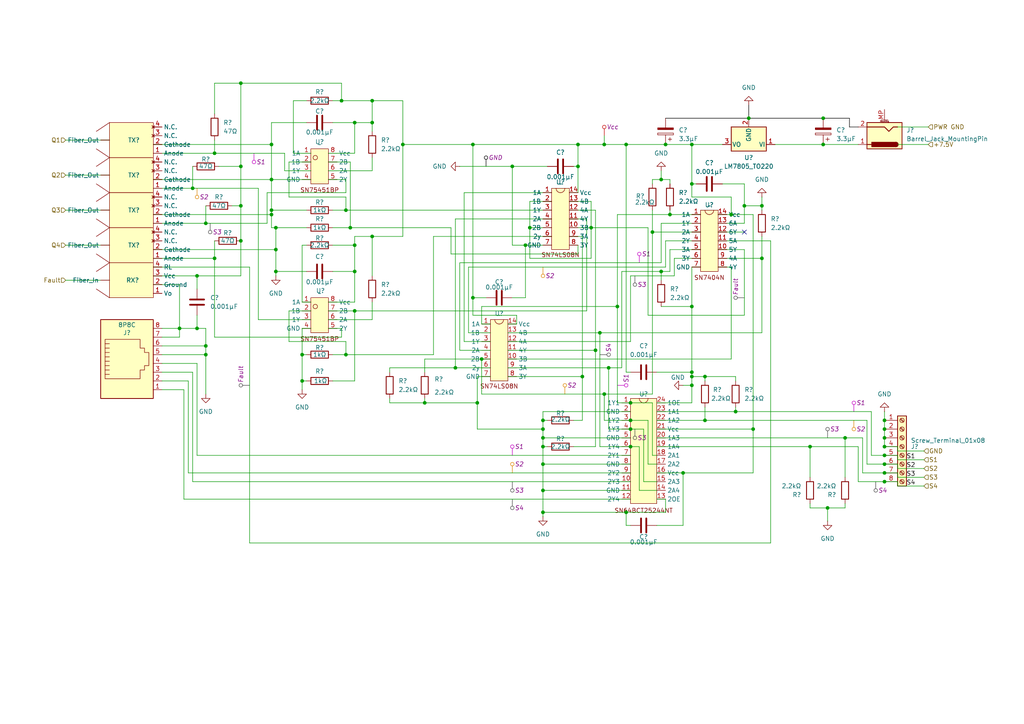
<source format=kicad_sch>
(kicad_sch (version 20250114) (generator "eeschema") (generator_version "9.0")
  (paper "A4")
  (lib_symbols
    (symbol "Connector:8P8C" (pin_names (offset 1.016))
      (property "Reference" "J" (at -5.08 13.97 0))
      (property "Value" "8P8C" (at 2.54 13.97 0))
      (symbol "8P8C_1_1"
        (pin passive line (at 10.16 10.16 180) (length 2.54) (name "~") (number "8"))
        (pin passive line (at 10.16 7.62 180) (length 2.54) (name "~") (number "7"))
        (pin passive line (at 10.16 5.08 180) (length 2.54) (name "~") (number "6"))
        (pin passive line (at 10.16 2.54 180) (length 2.54) (name "~") (number "5"))
        (pin passive line (at 10.16 0 180) (length 2.54) (name "~") (number "4"))
        (pin passive line (at 10.16 -2.54 180) (length 2.54) (name "~") (number "3"))
        (pin passive line (at 10.16 -5.08 180) (length 2.54) (name "~") (number "2"))
        (pin passive line (at 10.16 -7.62 180) (length 2.54) (name "~") (number "1"))
      )
    )
    (symbol "Connector:Barrel_Jack_MountingPin" (pin_names (hide yes))
      (property "Reference" "J" (at 0 5.334 0))
      (property "Value" "Barrel_Jack_MountingPin" (at 1.27 -6.35 0))
      (symbol "Barrel_Jack_MountingPin_1_1"
        (text "Mounting" (at 0 -4.191 0) (effects (font (size 0.381 0.381))))
        (pin passive line (at 0 -7.62 90) (length 3.048) (name "MountPin") (number "MP"))
        (pin passive line (at 7.62 2.54 180) (length 2.54) (name "~") (number "1"))
        (pin passive line (at 7.62 -2.54 180) (length 2.54) (name "~") (number "2"))
      )
    )
    (symbol "Connector:Screw_Terminal_01x08" (pin_names (offset 1.016) (hide yes))
      (property "Reference" "J" (at 0 10.16 0))
      (property "Value" "Screw_Terminal_01x08" (at 0 -12.7 0))
      (symbol "Screw_Terminal_01x08_1_1"
        (pin passive line (at -5.08 7.62 0) (length 3.81) (name "Pin_1") (number "1"))
        (pin passive line (at -5.08 5.08 0) (length 3.81) (name "Pin_2") (number "2"))
        (pin passive line (at -5.08 2.54 0) (length 3.81) (name "Pin_3") (number "3"))
        (pin passive line (at -5.08 0 0) (length 3.81) (name "Pin_4") (number "4"))
        (pin passive line (at -5.08 -2.54 0) (length 3.81) (name "Pin_5") (number "5"))
        (pin passive line (at -5.08 -5.08 0) (length 3.81) (name "Pin_6") (number "6"))
        (pin passive line (at -5.08 -7.62 0) (length 3.81) (name "Pin_7") (number "7"))
        (pin passive line (at -5.08 -10.16 0) (length 3.81) (name "Pin_8") (number "8"))
      )
    )
    (symbol "Device:C" (pin_numbers (hide yes)) (pin_names (offset 0.254))
      (property "Reference" "C" (at 0.635 2.54 0))
      (property "Value" "C" (at 0.635 -2.54 0))
      (symbol "C_1_1"
        (pin passive line (at 0 3.81 270) (length 2.794) (name "~") (number "1"))
        (pin passive line (at 0 -3.81 90) (length 2.794) (name "~") (number "2"))
      )
    )
    (symbol "Device:C_Polarized" (pin_numbers (hide yes)) (pin_names (offset 0.254))
      (property "Reference" "C" (at 0.635 2.54 0))
      (property "Value" "C_Polarized" (at 0.635 -2.54 0))
      (symbol "C_Polarized_1_1"
        (pin passive line (at 0 3.81 270) (length 2.794) (name "~") (number "1"))
        (pin passive line (at 0 -3.81 90) (length 2.794) (name "~") (number "2"))
      )
    )
    (symbol "Device:R" (pin_numbers (hide yes)) (pin_names (offset 0))
      (property "Reference" "R" (at 2.032 0 90))
      (property "Value" "R" (at 0 0 90))
      (symbol "R_1_1"
        (pin passive line (at 0 3.81 270) (length 1.27) (name "~") (number "1"))
        (pin passive line (at 0 -3.81 90) (length 1.27) (name "~") (number "2"))
      )
    )
    (symbol "F_O_Driver_Library:R-2521Z"
      (property "Reference" "RX?" (at -1.524 0 0))
      (property "Value" "~" (at 10.1114 -1.27 0))
      (symbol "R-2521Z_1_1"
        (pin passive line (at -6.35 0 180) (length 2.54) (name "Fiber_In") (number ""))
        (pin input line (at 6.35 3.81 0) (length 2.54) (name "RL") (number "4"))
        (pin power_in line (at 6.35 1.27 0) (length 2.54) (name "Vcc") (number "3"))
        (pin power_in line (at 6.35 -1.27 0) (length 2.54) (name "Ground") (number "2"))
        (pin output line (at 6.35 -3.81 0) (length 2.54) (name "Vo") (number "1"))
      )
    )
    (symbol "F_O_Driver_Library:SN64BCT25244NT"
      (property "Reference" "U" (at 0 -3.81 0))
      (symbol "SN64BCT25244NT_1_1"
        (text "SN64BCT25244NT" (at 0 -17.272 0) (effects (font (size 1.27 1.27))))
        (pin output line (at -3.81 13.97 180) (length 2.54) (name "1Y1") (number "1"))
        (pin power_in line (at -3.81 11.43 180) (length 2.54) (name "GND") (number "2"))
        (pin output line (at -3.81 8.89 180) (length 2.54) (name "1Y2") (number "3"))
        (pin output line (at -3.81 6.35 180) (length 2.54) (name "1Y3") (number "4"))
        (pin power_in line (at -3.81 3.81 180) (length 2.54) (name "GND") (number "5"))
        (pin output line (at -3.81 1.27 180) (length 2.54) (name "1Y4") (number "6"))
        (pin output line (at -3.81 -1.27 180) (length 2.54) (name "2Y1") (number "7"))
        (pin power_in line (at -3.81 -3.81 180) (length 2.54) (name "GND") (number "8"))
        (pin output line (at -3.81 -6.35 180) (length 2.54) (name "2Y2") (number "9"))
        (pin output line (at -3.81 -8.89 180) (length 2.54) (name "2Y3") (number "10"))
        (pin power_in line (at -3.81 -11.43 180) (length 2.54) (name "GND") (number "11"))
        (pin output line (at -3.81 -13.97 180) (length 2.54) (name "2Y4") (number "12"))
        (pin input line (at 3.81 13.97 0) (length 2.54) (name "1OE") (number "24"))
        (pin input line (at 3.81 11.43 0) (length 2.54) (name "1A1") (number "23"))
        (pin input line (at 3.81 8.89 0) (length 2.54) (name "1A2") (number "22"))
        (pin power_in line (at 3.81 6.35 0) (length 2.54) (name "Vcc") (number "21"))
        (pin input line (at 3.81 3.81 0) (length 2.54) (name "1A3") (number "20"))
        (pin input line (at 3.81 1.27 0) (length 2.54) (name "1A4") (number "19"))
        (pin input line (at 3.81 -1.27 0) (length 2.54) (name "2A1") (number "18"))
        (pin input line (at 3.81 -3.81 0) (length 2.54) (name "2A2") (number "17"))
        (pin power_in line (at 3.81 -6.35 0) (length 2.54) (name "Vcc") (number "16"))
        (pin input line (at 3.81 -8.89 0) (length 2.54) (name "2A3") (number "15"))
        (pin input line (at 3.81 -11.43 0) (length 2.54) (name "2A4") (number "14"))
        (pin input line (at 3.81 -13.97 0) (length 2.54) (name "2OE") (number "13"))
      )
    )
    (symbol "F_O_Driver_Library:SN7404"
      (property "Reference" "U" (at 0 0 0))
      (symbol "SN7404_1_1"
        (text "SN7404N" (at 0 -9.398 0) (effects (font (size 1.27 1.27))))
        (pin input line (at -2.54 8.89 180) (length 2.54) (name "1A") (number "1"))
        (pin output line (at -2.54 6.35 180) (length 2.54) (name "1Y") (number "2"))
        (pin input line (at -2.54 3.81 180) (length 2.54) (name "2A") (number "3"))
        (pin output line (at -2.54 1.27 180) (length 2.54) (name "2Y") (number "4"))
        (pin input line (at -2.54 -1.27 180) (length 2.54) (name "3A") (number "5"))
        (pin output line (at -2.54 -3.81 180) (length 2.54) (name "3Y") (number "6"))
        (pin power_in line (at -2.54 -6.35 180) (length 2.54) (name "GND") (number "7"))
        (pin power_in line (at 2.54 8.89 0) (length 2.54) (name "Vcc") (number "14"))
        (pin input line (at 2.54 6.35 0) (length 2.54) (name "6A") (number "13"))
        (pin output line (at 2.54 3.81 0) (length 2.54) (name "6Y") (number "12"))
        (pin input line (at 2.54 1.27 0) (length 2.54) (name "5A") (number "11"))
        (pin output line (at 2.54 -1.27 0) (length 2.54) (name "5Y") (number "10"))
        (pin input line (at 2.54 -3.81 0) (length 2.54) (name "4A") (number "9"))
        (pin output line (at 2.54 -6.35 0) (length 2.54) (name "4Y") (number "8"))
      )
    )
    (symbol "F_O_Driver_Library:SN74LS08N"
      (property "Reference" "U" (at 0 0 0))
      (symbol "SN74LS08N_1_1"
        (text "SN74LS08N" (at 0 -10.414 0) (effects (font (size 1.27 1.27))))
        (pin input line (at -2.54 7.62 180) (length 2.54) (name "1A") (number "1"))
        (pin input line (at -2.54 5.08 180) (length 2.54) (name "1B") (number "2"))
        (pin output line (at -2.54 2.54 180) (length 2.54) (name "1Y") (number "3"))
        (pin input line (at -2.54 0 180) (length 2.54) (name "2A") (number "4"))
        (pin input line (at -2.54 -2.54 180) (length 2.54) (name "2B") (number "5"))
        (pin output line (at -2.54 -5.08 180) (length 2.54) (name "2y") (number "6"))
        (pin power_in line (at -2.54 -7.62 180) (length 2.54) (name "GND") (number "7"))
        (pin power_in line (at 2.54 7.62 0) (length 2.54) (name "Vcc") (number "14"))
        (pin input line (at 2.54 5.08 0) (length 2.54) (name "4B") (number "13"))
        (pin input line (at 2.54 2.54 0) (length 2.54) (name "4A") (number "12"))
        (pin output line (at 2.54 0 0) (length 2.54) (name "4Y") (number "11"))
        (pin input line (at 2.54 -2.54 0) (length 2.54) (name "3B") (number "10"))
        (pin input line (at 2.54 -5.08 0) (length 2.54) (name "3A") (number "9"))
        (pin output line (at 2.54 -7.62 0) (length 2.54) (name "3Y") (number "8"))
      )
    )
    (symbol "F_O_Driver_Library:SN75451BP"
      (property "Reference" "U" (at 0 0 0))
      (symbol "SN75451BP_1_1"
        (text "SN75451BP" (at 0 -6.858 0) (effects (font (size 1.27 1.27))))
        (pin input line (at -2.54 3.81 180) (length 2.54) (name "1A") (number "1"))
        (pin input line (at -2.54 1.27 180) (length 2.54) (name "1B") (number "2"))
        (pin output line (at -2.54 -1.27 180) (length 2.54) (name "1Y") (number "3"))
        (pin bidirectional line (at -2.54 -3.81 180) (length 2.54) (name "GND") (number "4"))
        (pin power_in line (at 2.54 3.81 0) (length 2.54) (name "Vcc") (number "8"))
        (pin input line (at 2.54 1.27 0) (length 2.54) (name "2B") (number "7"))
        (pin input line (at 2.54 -1.27 0) (length 2.54) (name "2A") (number "6"))
        (pin input line (at 2.54 -3.81 0) (length 2.54) (name "2Y") (number "5"))
      )
    )
    (symbol "Regulator_Linear:LM7805_TO220" (pin_names (offset 0.254))
      (property "Reference" "U" (at -3.81 3.175 0))
      (property "Value" "LM7805_TO220" (at 0 3.175 0))
      (symbol "LM7805_TO220_1_1"
        (pin power_in line (at -7.62 0 0) (length 2.54) (name "VI") (number "1"))
        (pin power_in line (at 0 -7.62 90) (length 2.54) (name "GND") (number "2"))
        (pin power_out line (at 7.62 0 180) (length 2.54) (name "VO") (number "3"))
      )
    )
    (symbol "T-1521Z_2"
      (property "Reference" "TX?" (at -2.286 0 0))
      (property "Value" "~" (at 8.89 -1.27 0))
      (symbol "T-1521Z_2_1_1"
        (pin passive line (at -7.62 0 180) (length 2.54) (name "Fiber_Out") (number ""))
        (pin no_connect line (at 5.08 3.81 0) (length 2.54) (name "N.C.") (number "4"))
        (pin no_connect line (at 5.08 1.27 0) (length 2.54) (name "N.C.") (number "3"))
        (pin output line (at 5.08 -1.27 0) (length 2.54) (name "Cathode") (number "2"))
        (pin input line (at 5.08 -3.81 0) (length 2.54) (name "Anode") (number "1"))
      )
    )
    (symbol "power:GND" (power) (pin_numbers (hide yes)) (pin_names (offset 0) (hide yes))
      (property "Value" "GND" (at 0 -3.81 0))
      (symbol "GND_1_1"
        (pin power_in line (at 0 0 270) (length 0) (name "~") (number "1"))
      )
    )
  )
  (junction (at 256.54 121.92))
  (junction (at 173.99 96.52))
  (junction (at 52.07 95.25))
  (junction (at 78.74 62.23))
  (junction (at 99.06 29.21))
  (junction (at 182.88 121.92))
  (junction (at 59.69 102.87))
  (junction (at 181.61 148.59))
  (junction (at 256.54 124.46))
  (junction (at 157.48 142.24))
  (junction (at 182.88 129.54))
  (junction (at 256.54 139.7))
  (junction (at 191.77 52.07))
  (junction (at 57.15 95.25))
  (junction (at 213.36 119.38))
  (junction (at 212.09 62.23))
  (junction (at 182.88 124.46))
  (junction (at 240.03 147.32))
  (junction (at 238.76 41.91))
  (junction (at 138.43 116.84))
  (junction (at 157.48 129.54))
  (junction (at 200.66 109.22))
  (junction (at 172.72 101.6))
  (junction (at 137.16 41.91))
  (junction (at 200.66 107.95))
  (junction (at 69.85 48.26))
  (junction (at 194.31 62.23))
  (junction (at 256.54 137.16))
  (junction (at 87.63 102.87))
  (junction (at 181.61 41.91))
  (junction (at 116.84 41.91))
  (junction (at 256.54 132.08))
  (junction (at 148.59 48.26))
  (junction (at 102.87 90.17))
  (junction (at 102.87 78.74))
  (junction (at 217.17 34.29))
  (junction (at 139.7 104.14))
  (junction (at 167.64 41.91))
  (junction (at 200.66 53.34))
  (junction (at 245.11 127))
  (junction (at 167.64 48.26))
  (junction (at 238.76 34.29))
  (junction (at 198.12 137.16))
  (junction (at 107.95 68.58))
  (junction (at 69.85 59.69))
  (junction (at 102.87 35.56))
  (junction (at 175.26 114.3))
  (junction (at 189.23 67.31))
  (junction (at 69.85 69.85))
  (junction (at 80.01 72.39))
  (junction (at 69.85 24.13))
  (junction (at 179.07 88.9))
  (junction (at 193.04 41.91))
  (junction (at 168.91 109.22))
  (junction (at 171.45 66.04))
  (junction (at 220.98 74.93))
  (junction (at 87.63 110.49))
  (junction (at 100.33 102.87))
  (junction (at 153.67 66.04))
  (junction (at 152.4 71.12))
  (junction (at 218.44 124.46))
  (junction (at 107.95 29.21))
  (junction (at 101.6 66.04))
  (junction (at 175.26 41.91))
  (junction (at 59.69 100.33))
  (junction (at 100.33 60.96))
  (junction (at 80.01 78.74))
  (junction (at 204.47 109.22))
  (junction (at 220.98 59.69))
  (junction (at 200.66 41.91))
  (junction (at 256.54 134.62))
  (junction (at 78.74 60.96))
  (junction (at 107.95 35.56))
  (junction (at 123.19 116.84))
  (junction (at 59.69 64.77))
  (junction (at 55.88 54.61))
  (junction (at 176.53 106.68))
  (junction (at 200.66 111.76))
  (junction (at 62.23 44.45))
  (junction (at 157.48 134.62))
  (junction (at 204.47 121.92))
  (junction (at 78.74 52.07))
  (junction (at 157.48 124.46))
  (junction (at 57.15 80.01))
  (junction (at 191.77 78.74))
  (junction (at 182.88 116.84))
  (junction (at 157.48 127))
  (junction (at 80.01 66.04))
  (junction (at 157.48 121.92))
  (junction (at 234.95 129.54))
  (junction (at 62.23 74.93))
  (junction (at 157.48 148.59))
  (junction (at 102.87 71.12))
  (junction (at 132.08 106.68))
  (junction (at 256.54 127))
  (junction (at 215.9 59.69))
  (junction (at 200.66 88.9))
  (junction (at 78.74 41.91))
  (junction (at 137.16 86.36))
  (junction (at 256.54 129.54))
  (no_connect (at 215.9 67.31))
  (wire (pts (xy 102.87 71.12) (xy 102.87 68.58)))
  (wire (pts (xy 191.77 78.74) (xy 194.31 78.74)))
  (wire (pts (xy 90.17 92.71) (xy 74.93 92.71)))
  (wire (pts (xy 212.09 104.14) (xy 212.09 77.47)))
  (wire (pts (xy 102.87 87.63) (xy 102.87 78.74)))
  (wire (pts (xy 217.17 34.29) (xy 238.76 34.29)) (stroke (width 0) (color 0 0 0 1)))
  (wire (pts (xy 208.28 74.93) (xy 220.98 74.93)))
  (wire (pts (xy 57.15 91.44) (xy 57.15 95.25)))
  (wire (pts (xy 180.34 78.74) (xy 191.77 78.74)))
  (wire (pts (xy 90.17 44.45) (xy 85.09 44.45)))
  (wire (pts (xy 213.36 119.38) (xy 252.73 119.38)))
  (wire (pts (xy 100.33 60.96) (xy 160.02 60.96)))
  (wire (pts (xy 149.86 91.44) (xy 149.86 93.98)))
  (wire (pts (xy 157.48 134.62) (xy 157.48 142.24)))
  (wire (pts (xy 116.84 41.91) (xy 137.16 41.91)))
  (wire (pts (xy 182.88 116.84) (xy 189.23 116.84)))
  (wire (pts (xy 107.95 35.56) (xy 107.95 38.1)))
  (wire (pts (xy 182.88 107.95) (xy 181.61 107.95)))
  (wire (pts (xy 152.4 86.36) (xy 148.59 86.36)))
  (wire (pts (xy 102.87 110.49) (xy 96.52 110.49)))
  (wire (pts (xy 181.61 41.91) (xy 181.61 107.95)))
  (wire (pts (xy 260.35 137.16) (xy 260.35 138.43)))
  (wire (pts (xy 44.45 82.55) (xy 52.07 82.55)))
  (wire (pts (xy 59.69 102.87) (xy 59.69 114.3)))
  (wire (pts (xy 100.33 99.06) (xy 100.33 102.87)))
  (wire (pts (xy 165.1 71.12) (xy 167.64 71.12)))
  (wire (pts (xy 200.66 53.34) (xy 200.66 57.15)))
  (wire (pts (xy 208.28 64.77) (xy 215.9 64.77)))
  (wire (pts (xy 240.03 147.32) (xy 245.11 147.32)))
  (wire (pts (xy 170.18 63.5) (xy 170.18 90.17)))
  (wire (pts (xy 158.75 121.92) (xy 157.48 121.92)))
  (wire (pts (xy 160.02 68.58) (xy 125.73 68.58)))
  (wire (pts (xy 139.7 88.9) (xy 179.07 88.9)))
  (wire (pts (xy 80.01 72.39) (xy 80.01 78.74)))
  (wire (pts (xy 187.96 134.62) (xy 190.5 134.62)))
  (wire (pts (xy 157.48 124.46) (xy 157.48 127)))
  (wire (pts (xy 153.67 74.93) (xy 171.45 74.93)))
  (wire (pts (xy 101.6 66.04) (xy 96.52 66.04)))
  (wire (pts (xy 189.23 60.96) (xy 189.23 67.31)))
  (wire (pts (xy 90.17 90.17) (xy 83.82 90.17)))
  (wire (pts (xy 100.33 55.88) (xy 77.47 55.88)))
  (wire (pts (xy 137.16 91.44) (xy 149.86 91.44)))
  (wire (pts (xy 251.46 121.92) (xy 204.47 121.92)))
  (wire (pts (xy 77.47 55.88) (xy 77.47 64.77)))
  (wire (pts (xy 153.67 58.42) (xy 160.02 58.42)))
  (wire (pts (xy 193.04 34.29) (xy 217.17 34.29)) (stroke (width 0) (color 0 0 0 1)))
  (wire (pts (xy 190.5 124.46) (xy 218.44 124.46)))
  (wire (pts (xy 234.95 147.32) (xy 240.03 147.32)))
  (wire (pts (xy 187.96 121.92) (xy 187.96 134.62)))
  (wire (pts (xy 107.95 29.21) (xy 116.84 29.21)))
  (wire (pts (xy 167.64 41.91) (xy 167.64 48.26)))
  (wire (pts (xy 212.09 77.47) (xy 208.28 77.47)))
  (wire (pts (xy 57.15 95.25) (xy 59.69 95.25)))
  (wire (pts (xy 215.9 59.69) (xy 220.98 59.69)))
  (wire (pts (xy 62.23 33.02) (xy 62.23 24.13)))
  (wire (pts (xy 185.42 142.24) (xy 190.5 142.24)))
  (wire (pts (xy 194.31 62.23) (xy 203.2 62.23)))
  (wire (pts (xy 166.37 121.92) (xy 168.91 121.92)))
  (wire (pts (xy 46.99 100.33) (xy 59.69 100.33)))
  (wire (pts (xy 116.84 41.91) (xy 116.84 29.21)))
  (wire (pts (xy 186.69 139.7) (xy 190.5 139.7)))
  (wire (pts (xy 176.53 106.68) (xy 180.34 106.68)))
  (wire (pts (xy 166.37 48.26) (xy 167.64 48.26)))
  (wire (pts (xy 158.75 129.54) (xy 157.48 129.54)))
  (wire (pts (xy 181.61 41.91) (xy 193.04 41.91)))
  (wire (pts (xy 59.69 64.77) (xy 44.45 64.77)))
  (wire (pts (xy 62.23 74.93) (xy 62.23 69.85)))
  (wire (pts (xy 187.96 66.04) (xy 187.96 91.44)))
  (wire (pts (xy 133.35 101.6) (xy 133.35 76.2)))
  (wire (pts (xy 218.44 124.46) (xy 218.44 62.23)))
  (wire (pts (xy 96.52 35.56) (xy 102.87 35.56)))
  (wire (pts (xy 190.5 144.78) (xy 193.04 144.78)))
  (wire (pts (xy 102.87 90.17) (xy 170.18 90.17)))
  (wire (pts (xy 157.48 148.59) (xy 181.61 148.59)))
  (wire (pts (xy 260.35 41.91) (xy 269.24 41.91)))
  (wire (pts (xy 182.88 116.84) (xy 179.07 116.84)))
  (wire (pts (xy 78.74 60.96) (xy 88.9 60.96)))
  (wire (pts (xy 165.1 66.04) (xy 171.45 66.04)))
  (wire (pts (xy 191.77 88.9) (xy 200.66 88.9)))
  (wire (pts (xy 147.32 96.52) (xy 173.99 96.52)))
  (wire (pts (xy 102.87 35.56) (xy 107.95 35.56)))
  (wire (pts (xy 142.24 101.6) (xy 133.35 101.6)))
  (wire (pts (xy 220.98 96.52) (xy 220.98 74.93)))
  (wire (pts (xy 157.48 121.92) (xy 157.48 124.46)))
  (wire (pts (xy 189.23 67.31) (xy 189.23 114.3)))
  (wire (pts (xy 44.45 80.01) (xy 57.15 80.01)))
  (wire (pts (xy 83.82 99.06) (xy 100.33 99.06)))
  (wire (pts (xy 139.7 104.14) (xy 142.24 104.14)))
  (wire (pts (xy 191.77 81.28) (xy 191.77 78.74)))
  (wire (pts (xy 80.01 78.74) (xy 88.9 78.74)))
  (wire (pts (xy 102.87 68.58) (xy 107.95 68.58)))
  (wire (pts (xy 83.82 57.15) (xy 100.33 57.15)))
  (wire (pts (xy 69.85 69.85) (xy 69.85 59.69)))
  (wire (pts (xy 220.98 57.15) (xy 220.98 59.69)))
  (wire (pts (xy 87.63 110.49) (xy 87.63 113.03)))
  (wire (pts (xy 52.07 95.25) (xy 46.99 95.25)))
  (wire (pts (xy 250.19 137.16) (xy 256.54 137.16)))
  (wire (pts (xy 130.81 73.66) (xy 130.81 66.04)))
  (wire (pts (xy 234.95 129.54) (xy 234.95 138.43)))
  (wire (pts (xy 200.66 111.76) (xy 200.66 116.84)))
  (wire (pts (xy 69.85 80.01) (xy 69.85 69.85)))
  (wire (pts (xy 220.98 74.93) (xy 220.98 68.58)))
  (wire (pts (xy 195.58 80.01) (xy 182.88 80.01)))
  (wire (pts (xy 139.7 93.98) (xy 139.7 88.9)))
  (wire (pts (xy 107.95 68.58) (xy 107.95 80.01)))
  (wire (pts (xy 223.52 157.48) (xy 72.39 157.48)))
  (wire (pts (xy 175.26 121.92) (xy 175.26 114.3)))
  (wire (pts (xy 102.87 78.74) (xy 102.87 71.12)))
  (wire (pts (xy 204.47 121.92) (xy 204.47 118.11)))
  (wire (pts (xy 69.85 59.69) (xy 67.31 59.69)))
  (wire (pts (xy 256.54 132.08) (xy 252.73 132.08)))
  (wire (pts (xy 88.9 35.56) (xy 78.74 35.56)))
  (wire (pts (xy 100.33 102.87) (xy 96.52 102.87)))
  (wire (pts (xy 190.5 121.92) (xy 204.47 121.92)))
  (wire (pts (xy 57.15 80.01) (xy 57.15 83.82)))
  (wire (pts (xy 19.05 60.96) (xy 31.75 60.96)))
  (wire (pts (xy 125.73 68.58) (xy 125.73 102.87)))
  (wire (pts (xy 171.45 66.04) (xy 187.96 66.04)))
  (wire (pts (xy 234.95 146.05) (xy 234.95 147.32)))
  (wire (pts (xy 252.73 132.08) (xy 252.73 119.38)))
  (wire (pts (xy 138.43 109.22) (xy 138.43 116.84)))
  (wire (pts (xy 62.23 97.79) (xy 62.23 74.93)))
  (wire (pts (xy 185.42 129.54) (xy 182.88 129.54)))
  (wire (pts (xy 74.93 54.61) (xy 55.88 54.61)))
  (wire (pts (xy 172.72 129.54) (xy 166.37 129.54)))
  (wire (pts (xy 57.15 132.08) (xy 182.88 132.08)))
  (wire (pts (xy 139.7 114.3) (xy 175.26 114.3)))
  (wire (pts (xy 80.01 66.04) (xy 78.74 66.04)))
  (wire (pts (xy 209.55 53.34) (xy 215.9 53.34)))
  (wire (pts (xy 100.33 57.15) (xy 100.33 60.96)))
  (wire (pts (xy 137.16 41.91) (xy 167.64 41.91)))
  (wire (pts (xy 95.25 52.07) (xy 100.33 52.07)))
  (wire (pts (xy 198.12 152.4) (xy 190.5 152.4)))
  (wire (pts (xy 153.67 66.04) (xy 153.67 74.93)))
  (wire (pts (xy 208.28 69.85) (xy 223.52 69.85)))
  (wire (pts (xy 190.5 116.84) (xy 200.66 116.84)))
  (wire (pts (xy 52.07 95.25) (xy 52.07 97.79)))
  (wire (pts (xy 78.74 35.56) (xy 78.74 41.91)))
  (wire (pts (xy 245.11 147.32) (xy 245.11 146.05)))
  (wire (pts (xy 250.19 127) (xy 250.19 137.16)))
  (wire (pts (xy 215.9 91.44) (xy 187.96 91.44)))
  (wire (pts (xy 182.88 119.38) (xy 157.48 119.38)))
  (wire (pts (xy 69.85 48.26) (xy 69.85 59.69)))
  (wire (pts (xy 194.31 72.39) (xy 203.2 72.39)))
  (wire (pts (xy 182.88 121.92) (xy 187.96 121.92)))
  (wire (pts (xy 172.72 60.96) (xy 172.72 101.6)))
  (wire (pts (xy 19.05 40.64) (xy 31.75 40.64)))
  (wire (pts (xy 107.95 68.58) (xy 116.84 68.58)))
  (wire (pts (xy 74.93 92.71) (xy 74.93 54.61)))
  (wire (pts (xy 99.06 24.13) (xy 99.06 29.21)))
  (wire (pts (xy 55.88 54.61) (xy 55.88 48.26)))
  (wire (pts (xy 142.24 109.22) (xy 138.43 109.22)))
  (wire (pts (xy 95.25 95.25) (xy 99.06 95.25)))
  (wire (pts (xy 95.25 87.63) (xy 102.87 87.63)))
  (wire (pts (xy 123.19 107.95) (xy 123.19 104.14)))
  (wire (pts (xy 160.02 55.88) (xy 134.62 55.88)))
  (wire (pts (xy 149.86 93.98) (xy 147.32 93.98)))
  (wire (pts (xy 83.82 46.99) (xy 83.82 57.15)))
  (wire (pts (xy 168.91 121.92) (xy 168.91 109.22)))
  (wire (pts (xy 238.76 34.29) (xy 246.38 34.29)) (stroke (width 0) (color 0 0 0 1)))
  (wire (pts (xy 167.64 73.66) (xy 130.81 73.66)))
  (wire (pts (xy 44.45 41.91) (xy 78.74 41.91)))
  (wire (pts (xy 224.79 41.91) (xy 238.76 41.91)))
  (wire (pts (xy 165.1 63.5) (xy 170.18 63.5)))
  (wire (pts (xy 157.48 127) (xy 157.48 129.54)))
  (wire (pts (xy 90.17 46.99) (xy 83.82 46.99)))
  (wire (pts (xy 190.5 137.16) (xy 198.12 137.16)))
  (wire (pts (xy 123.19 104.14) (xy 139.7 104.14)))
  (wire (pts (xy 198.12 137.16) (xy 218.44 137.16)))
  (wire (pts (xy 193.04 41.91) (xy 200.66 41.91)))
  (wire (pts (xy 78.74 52.07) (xy 90.17 52.07)))
  (wire (pts (xy 256.54 134.62) (xy 260.35 134.62)))
  (wire (pts (xy 133.35 48.26) (xy 148.59 48.26)))
  (wire (pts (xy 95.25 92.71) (xy 107.95 92.71)))
  (wire (pts (xy 256.54 134.62) (xy 251.46 134.62)))
  (wire (pts (xy 101.6 46.99) (xy 101.6 66.04)))
  (wire (pts (xy 99.06 95.25) (xy 99.06 97.79)))
  (wire (pts (xy 176.53 124.46) (xy 182.88 124.46)))
  (wire (pts (xy 96.52 78.74) (xy 102.87 78.74)))
  (wire (pts (xy 130.81 66.04) (xy 101.6 66.04)))
  (wire (pts (xy 167.64 55.88) (xy 167.64 48.26)))
  (wire (pts (xy 95.25 44.45) (xy 102.87 44.45)))
  (wire (pts (xy 69.85 24.13) (xy 99.06 24.13)))
  (wire (pts (xy 107.95 49.53) (xy 95.25 49.53)))
  (wire (pts (xy 256.54 127) (xy 256.54 129.54)))
  (wire (pts (xy 63.5 48.26) (xy 69.85 48.26)))
  (wire (pts (xy 260.35 134.62) (xy 260.35 135.89)))
  (wire (pts (xy 260.35 36.83) (xy 269.24 36.83)))
  (wire (pts (xy 260.35 138.43) (xy 267.97 138.43)))
  (wire (pts (xy 212.09 57.15) (xy 212.09 62.23)))
  (wire (pts (xy 107.95 29.21) (xy 107.95 35.56)))
  (wire (pts (xy 260.35 129.54) (xy 260.35 130.81)))
  (wire (pts (xy 200.66 57.15) (xy 212.09 57.15)))
  (wire (pts (xy 200.66 53.34) (xy 201.93 53.34)))
  (wire (pts (xy 182.88 139.7) (xy 55.88 139.7)))
  (wire (pts (xy 148.59 48.26) (xy 158.75 48.26)))
  (wire (pts (xy 157.48 142.24) (xy 182.88 142.24)))
  (wire (pts (xy 157.48 142.24) (xy 157.48 148.59)))
  (wire (pts (xy 96.52 29.21) (xy 99.06 29.21)))
  (wire (pts (xy 215.9 53.34) (xy 215.9 59.69)))
  (wire (pts (xy 78.74 62.23) (xy 78.74 66.04)))
  (wire (pts (xy 172.72 101.6) (xy 172.72 129.54)))
  (wire (pts (xy 172.72 101.6) (xy 147.32 101.6)))
  (wire (pts (xy 160.02 66.04) (xy 153.67 66.04)))
  (wire (pts (xy 62.23 40.64) (xy 62.23 44.45)))
  (wire (pts (xy 180.34 106.68) (xy 180.34 78.74)))
  (wire (pts (xy 248.92 129.54) (xy 248.92 139.7)))
  (wire (pts (xy 208.28 72.39) (xy 215.9 72.39)))
  (wire (pts (xy 256.54 121.92) (xy 256.54 124.46)))
  (wire (pts (xy 72.39 77.47) (xy 44.45 77.47)))
  (wire (pts (xy 69.85 24.13) (xy 69.85 48.26)))
  (wire (pts (xy 44.45 54.61) (xy 55.88 54.61)))
  (wire (pts (xy 147.32 106.68) (xy 176.53 106.68)))
  (wire (pts (xy 189.23 132.08) (xy 190.5 132.08)))
  (wire (pts (xy 215.9 72.39) (xy 215.9 91.44)))
  (wire (pts (xy 53.34 144.78) (xy 53.34 113.03)))
  (wire (pts (xy 173.99 129.54) (xy 173.99 96.52)))
  (wire (pts (xy 213.36 110.49) (xy 213.36 109.22)))
  (wire (pts (xy 194.31 52.07) (xy 191.77 52.07)))
  (wire (pts (xy 176.53 106.68) (xy 176.53 124.46)))
  (wire (pts (xy 182.88 80.01) (xy 182.88 99.06)))
  (wire (pts (xy 179.07 88.9) (xy 179.07 62.23)))
  (wire (pts (xy 77.47 64.77) (xy 59.69 64.77)))
  (wire (pts (xy 134.62 55.88) (xy 134.62 99.06)))
  (wire (pts (xy 208.28 62.23) (xy 212.09 62.23)))
  (wire (pts (xy 171.45 58.42) (xy 171.45 66.04)))
  (wire (pts (xy 87.63 71.12) (xy 87.63 87.63)))
  (wire (pts (xy 193.04 148.59) (xy 181.61 148.59)))
  (wire (pts (xy 52.07 95.25) (xy 57.15 95.25)))
  (wire (pts (xy 88.9 71.12) (xy 87.63 71.12)))
  (wire (pts (xy 54.61 110.49) (xy 46.99 110.49)))
  (wire (pts (xy 190.5 129.54) (xy 234.95 129.54)))
  (wire (pts (xy 113.03 116.84) (xy 123.19 116.84)))
  (wire (pts (xy 167.64 41.91) (xy 175.26 41.91)))
  (wire (pts (xy 102.87 90.17) (xy 102.87 110.49)))
  (wire (pts (xy 191.77 76.2) (xy 191.77 64.77)))
  (wire (pts (xy 19.05 50.8) (xy 31.75 50.8)))
  (wire (pts (xy 152.4 71.12) (xy 160.02 71.12)))
  (wire (pts (xy 100.33 52.07) (xy 100.33 55.88)))
  (wire (pts (xy 191.77 49.53) (xy 191.77 52.07)))
  (wire (pts (xy 260.35 140.97) (xy 267.97 140.97)))
  (wire (pts (xy 153.67 66.04) (xy 153.67 58.42)))
  (wire (pts (xy 99.06 29.21) (xy 107.95 29.21)))
  (wire (pts (xy 46.99 102.87) (xy 59.69 102.87)))
  (wire (pts (xy 182.88 129.54) (xy 173.99 129.54)))
  (wire (pts (xy 203.2 74.93) (xy 195.58 74.93)))
  (wire (pts (xy 248.92 36.83) (xy 246.38 36.83)) (stroke (width 0) (color 0 0 0 1)))
  (wire (pts (xy 157.48 148.59) (xy 157.48 149.86)))
  (wire (pts (xy 96.52 71.12) (xy 102.87 71.12)))
  (wire (pts (xy 132.08 63.5) (xy 132.08 106.68)))
  (wire (pts (xy 87.63 87.63) (xy 90.17 87.63)))
  (wire (pts (xy 194.31 60.96) (xy 194.31 62.23)))
  (wire (pts (xy 59.69 59.69) (xy 59.69 64.77)))
  (wire (pts (xy 200.66 41.91) (xy 209.55 41.91)))
  (wire (pts (xy 240.03 151.13) (xy 240.03 147.32)))
  (wire (pts (xy 200.66 109.22) (xy 200.66 111.76)))
  (wire (pts (xy 200.66 88.9) (xy 200.66 107.95)))
  (wire (pts (xy 190.5 127) (xy 245.11 127)))
  (wire (pts (xy 88.9 29.21) (xy 85.09 29.21)))
  (wire (pts (xy 46.99 97.79) (xy 52.07 97.79)))
  (wire (pts (xy 138.43 116.84) (xy 138.43 124.46)))
  (wire (pts (xy 113.03 115.57) (xy 113.03 116.84)))
  (wire (pts (xy 179.07 116.84) (xy 179.07 88.9)))
  (wire (pts (xy 191.77 64.77) (xy 203.2 64.77)))
  (wire (pts (xy 82.55 49.53) (xy 82.55 44.45)))
  (wire (pts (xy 218.44 137.16) (xy 218.44 124.46)))
  (wire (pts (xy 87.63 102.87) (xy 87.63 110.49)))
  (wire (pts (xy 194.31 52.07) (xy 194.31 53.34)))
  (wire (pts (xy 245.11 127) (xy 250.19 127)))
  (wire (pts (xy 132.08 63.5) (xy 160.02 63.5)))
  (wire (pts (xy 116.84 68.58) (xy 116.84 41.91)))
  (wire (pts (xy 157.48 127) (xy 182.88 127)))
  (wire (pts (xy 189.23 116.84) (xy 189.23 132.08)))
  (wire (pts (xy 260.35 133.35) (xy 267.97 133.35)))
  (wire (pts (xy 260.35 135.89) (xy 267.97 135.89)))
  (wire (pts (xy 191.77 52.07) (xy 189.23 52.07)))
  (wire (pts (xy 193.04 69.85) (xy 193.04 77.47)))
  (wire (pts (xy 195.58 74.93) (xy 195.58 80.01)))
  (wire (pts (xy 165.1 68.58) (xy 168.91 68.58)))
  (wire (pts (xy 44.45 52.07) (xy 78.74 52.07)))
  (wire (pts (xy 83.82 90.17) (xy 83.82 99.06)))
  (wire (pts (xy 245.11 127) (xy 245.11 138.43)))
  (wire (pts (xy 179.07 62.23) (xy 194.31 62.23)))
  (wire (pts (xy 46.99 107.95) (xy 55.88 107.95)))
  (wire (pts (xy 260.35 139.7) (xy 260.35 140.97)))
  (wire (pts (xy 90.17 49.53) (xy 82.55 49.53)))
  (wire (pts (xy 125.73 102.87) (xy 100.33 102.87)))
  (wire (pts (xy 171.45 74.93) (xy 171.45 66.04)))
  (wire (pts (xy 137.16 86.36) (xy 137.16 41.91)))
  (wire (pts (xy 123.19 115.57) (xy 123.19 116.84)))
  (wire (pts (xy 175.26 39.37) (xy 175.26 41.91)))
  (wire (pts (xy 213.36 109.22) (xy 204.47 109.22)))
  (wire (pts (xy 52.07 82.55) (xy 52.07 95.25)))
  (wire (pts (xy 217.17 30.48) (xy 217.17 34.29)) (stroke (width 0) (color 0 0 0 1)))
  (wire (pts (xy 190.5 107.95) (xy 200.66 107.95)))
  (wire (pts (xy 185.42 129.54) (xy 185.42 142.24)))
  (wire (pts (xy 62.23 24.13) (xy 69.85 24.13)))
  (wire (pts (xy 203.2 77.47) (xy 200.66 77.47)))
  (wire (pts (xy 44.45 44.45) (xy 62.23 44.45)))
  (wire (pts (xy 147.32 104.14) (xy 212.09 104.14)))
  (wire (pts (xy 200.66 107.95) (xy 200.66 109.22)))
  (wire (pts (xy 57.15 105.41) (xy 46.99 105.41)))
  (wire (pts (xy 80.01 66.04) (xy 80.01 72.39)))
  (wire (pts (xy 256.54 139.7) (xy 260.35 139.7)))
  (wire (pts (xy 193.04 77.47) (xy 135.89 77.47)))
  (wire (pts (xy 107.95 92.71) (xy 107.95 87.63)))
  (wire (pts (xy 78.74 52.07) (xy 78.74 60.96)))
  (wire (pts (xy 78.74 60.96) (xy 78.74 62.23)))
  (wire (pts (xy 72.39 157.48) (xy 72.39 77.47)))
  (wire (pts (xy 190.5 119.38) (xy 213.36 119.38)))
  (wire (pts (xy 198.12 137.16) (xy 198.12 152.4)))
  (wire (pts (xy 165.1 58.42) (xy 171.45 58.42)))
  (wire (pts (xy 238.76 41.91) (xy 248.92 41.91)))
  (wire (pts (xy 59.69 100.33) (xy 59.69 102.87)))
  (wire (pts (xy 200.66 77.47) (xy 200.66 88.9)))
  (wire (pts (xy 193.04 144.78) (xy 193.04 148.59)))
  (wire (pts (xy 78.74 41.91) (xy 78.74 52.07)))
  (wire (pts (xy 246.38 36.83) (xy 246.38 34.29)) (stroke (width 0) (color 0 0 0 1)))
  (wire (pts (xy 168.91 68.58) (xy 168.91 109.22)))
  (wire (pts (xy 138.43 124.46) (xy 157.48 124.46)))
  (wire (pts (xy 256.54 132.08) (xy 260.35 132.08)))
  (wire (pts (xy 234.95 129.54) (xy 248.92 129.54)))
  (wire (pts (xy 204.47 109.22) (xy 200.66 109.22)))
  (wire (pts (xy 44.45 72.39) (xy 80.01 72.39)))
  (wire (pts (xy 85.09 44.45) (xy 85.09 29.21)))
  (wire (pts (xy 57.15 80.01) (xy 69.85 80.01)))
  (wire (pts (xy 189.23 52.07) (xy 189.23 53.34)))
  (wire (pts (xy 19.05 71.12) (xy 31.75 71.12)))
  (wire (pts (xy 139.7 114.3) (xy 139.7 104.14)))
  (wire (pts (xy 95.25 90.17) (xy 102.87 90.17)))
  (wire (pts (xy 223.52 69.85) (xy 223.52 157.48)))
  (wire (pts (xy 90.17 95.25) (xy 87.63 95.25)))
  (wire (pts (xy 54.61 137.16) (xy 54.61 110.49)))
  (wire (pts (xy 181.61 148.59) (xy 181.61 152.4)))
  (wire (pts (xy 175.26 114.3) (xy 189.23 114.3)))
  (wire (pts (xy 260.35 130.81) (xy 267.97 130.81)))
  (wire (pts (xy 165.1 55.88) (xy 167.64 55.88)))
  (wire (pts (xy 96.52 60.96) (xy 100.33 60.96)))
  (wire (pts (xy 62.23 44.45) (xy 82.55 44.45)))
  (wire (pts (xy 57.15 132.08) (xy 57.15 105.41)))
  (wire (pts (xy 88.9 102.87) (xy 87.63 102.87)))
  (wire (pts (xy 44.45 74.93) (xy 62.23 74.93)))
  (wire (pts (xy 182.88 124.46) (xy 186.69 124.46)))
  (wire (pts (xy 218.44 62.23) (xy 212.09 62.23)))
  (wire (pts (xy 152.4 71.12) (xy 152.4 86.36)))
  (wire (pts (xy 133.35 76.2) (xy 191.77 76.2)))
  (wire (pts (xy 248.92 139.7) (xy 256.54 139.7)))
  (wire (pts (xy 203.2 69.85) (xy 193.04 69.85)))
  (wire (pts (xy 140.97 86.36) (xy 137.16 86.36)))
  (wire (pts (xy 157.48 129.54) (xy 157.48 134.62)))
  (wire (pts (xy 157.48 134.62) (xy 182.88 134.62)))
  (wire (pts (xy 135.89 77.47) (xy 135.89 96.52)))
  (wire (pts (xy 220.98 59.69) (xy 220.98 60.96)))
  (wire (pts (xy 173.99 96.52) (xy 220.98 96.52)))
  (wire (pts (xy 59.69 95.25) (xy 59.69 100.33)))
  (wire (pts (xy 256.54 119.38) (xy 256.54 121.92)))
  (wire (pts (xy 200.66 41.91) (xy 200.66 53.34)))
  (wire (pts (xy 251.46 134.62) (xy 251.46 121.92)))
  (wire (pts (xy 165.1 60.96) (xy 172.72 60.96)))
  (wire (pts (xy 182.88 152.4) (xy 181.61 152.4)))
  (wire (pts (xy 175.26 41.91) (xy 181.61 41.91)))
  (wire (pts (xy 80.01 66.04) (xy 88.9 66.04)))
  (wire (pts (xy 53.34 113.03) (xy 46.99 113.03)))
  (wire (pts (xy 99.06 97.79) (xy 62.23 97.79)))
  (wire (pts (xy 87.63 95.25) (xy 87.63 102.87)))
  (wire (pts (xy 256.54 124.46) (xy 256.54 127)))
  (wire (pts (xy 215.9 59.69) (xy 215.9 64.77)))
  (wire (pts (xy 148.59 48.26) (xy 148.59 71.12)))
  (wire (pts (xy 123.19 116.84) (xy 138.43 116.84)))
  (wire (pts (xy 194.31 78.74) (xy 194.31 72.39)))
  (wire (pts (xy 198.12 111.76) (xy 200.66 111.76)))
  (wire (pts (xy 204.47 110.49) (xy 204.47 109.22)))
  (wire (pts (xy 182.88 144.78) (xy 53.34 144.78)))
  (wire (pts (xy 87.63 110.49) (xy 88.9 110.49)))
  (wire (pts (xy 142.24 106.68) (xy 132.08 106.68)))
  (wire (pts (xy 182.88 121.92) (xy 175.26 121.92)))
  (wire (pts (xy 167.64 71.12) (xy 167.64 73.66)))
  (wire (pts (xy 44.45 62.23) (xy 78.74 62.23)))
  (wire (pts (xy 19.05 81.28) (xy 31.75 81.28)))
  (wire (pts (xy 134.62 99.06) (xy 142.24 99.06)))
  (wire (pts (xy 213.36 119.38) (xy 213.36 118.11)))
  (wire (pts (xy 95.25 46.99) (xy 101.6 46.99)))
  (wire (pts (xy 256.54 137.16) (xy 260.35 137.16)))
  (wire (pts (xy 256.54 129.54) (xy 260.35 129.54)))
  (wire (pts (xy 102.87 44.45) (xy 102.87 35.56)))
  (wire (pts (xy 55.88 139.7) (xy 55.88 107.95)))
  (wire (pts (xy 152.4 71.12) (xy 148.59 71.12)))
  (wire (pts (xy 113.03 106.68) (xy 113.03 107.95)))
  (wire (pts (xy 135.89 96.52) (xy 142.24 96.52)))
  (wire (pts (xy 107.95 45.72) (xy 107.95 49.53)))
  (wire (pts (xy 137.16 86.36) (xy 137.16 91.44)))
  (wire (pts (xy 168.91 109.22) (xy 147.32 109.22)))
  (wire (pts (xy 189.23 67.31) (xy 203.2 67.31)))
  (wire (pts (xy 260.35 132.08) (xy 260.35 133.35)))
  (wire (pts (xy 80.01 80.01) (xy 80.01 78.74)))
  (wire (pts (xy 186.69 124.46) (xy 186.69 139.7)))
  (wire (pts (xy 182.88 137.16) (xy 54.61 137.16)))
  (wire (pts (xy 208.28 67.31) (xy 215.9 67.31)))
  (wire (pts (xy 132.08 106.68) (xy 113.03 106.68)))
  (wire (pts (xy 142.24 93.98) (xy 139.7 93.98)))
  (wire (pts (xy 157.48 119.38) (xy 157.48 121.92)))
  (wire (pts (xy 182.88 99.06) (xy 147.32 99.06)))
  (label "S3" (at 262.89 138.43 0))
  (label "S1" (at 262.89 133.35 0))
  (label "S2" (at 262.89 135.89 0))
  (label "S4" (at 262.89 140.97 0))
  (hierarchical_label "S3" (shape input) (at 267.97 138.43 0))
  (hierarchical_label "PWR GND" (shape input) (at 269.24 36.83 0))
  (hierarchical_label "Q3" (shape input) (at 19.05 60.96 180))
  (hierarchical_label "GND" (shape input) (at 267.97 130.81 0))
  (hierarchical_label "Fault" (shape input) (at 19.05 81.28 180))
  (hierarchical_label "Q4" (shape input) (at 19.05 71.12 180))
  (hierarchical_label "+7.5V" (shape input) (at 269.24 41.91 0))
  (hierarchical_label "S4" (shape input) (at 267.97 140.97 0))
  (hierarchical_label "Q1" (shape input) (at 19.05 40.64 180))
  (hierarchical_label "Q2" (shape input) (at 19.05 50.8 180))
  (hierarchical_label "S2" (shape input) (at 267.97 135.89 0))
  (hierarchical_label "S1" (shape input) (at 267.97 133.35 0))
  (netclass_flag "" (length 2.54) (shape round) (at 57.15 54.61 180) (property "Netclass" "S2" (at 57.8485 57.15 0) (effects (font (italic yes)) (justify left))))
  (netclass_flag "" (length 2.54) (shape round) (at 148.59 132.08 0) (property "Netclass" "S1" (at 149.2885 129.54 0) (effects (font (italic yes)) (justify left))))
  (netclass_flag "" (length 2.54) (shape round) (at 184.15 80.01 180) (property "Netclass" "S3" (at 184.8485 82.55 0) (effects (font (italic yes)) (justify left))))
  (netclass_flag "" (length 2.54) (shape round) (at 254 139.7 180) (property "Netclass" "S4" (at 254.6985 142.24 0) (effects (font (italic yes)) (justify left))))
  (netclass_flag "" (length 2.54) (shape round) (at 148.59 139.7 180) (property "Netclass" "S3" (at 149.2885 142.24 0) (effects (font (italic yes)) (justify left))))
  (netclass_flag "" (length 2.54) (shape round) (at 185.42 76.2 0) (property "Netclass" "S1" (at 186.1185 73.66 0) (effects (font (italic yes)) (justify left))))
  (netclass_flag "" (length 2.54) (shape round) (at 215.9 86.36 90) (property "Netclass" "Fault" (at 213.36 85.6615 90) (effects (font (italic yes)) (justify left))))
  (netclass_flag "" (length 2.54) (shape round) (at 157.48 77.47 180) (property "Netclass" "S2" (at 158.1785 80.01 0) (effects (font (italic yes)) (justify left))))
  (netclass_flag "" (length 2.54) (shape round) (at 247.65 121.92 180) (property "Netclass" "S2" (at 248.3485 124.46 0) (effects (font (italic yes)) (justify left))))
  (netclass_flag "" (length 2.54) (shape round) (at 140.97 48.26 0) (property "Netclass" "GND" (at 141.6685 45.72 0) (effects (font (italic yes)) (justify left))))
  (netclass_flag "" (length 2.54) (shape round) (at 179.07 111.76 270) (property "Netclass" "S1" (at 181.61 111.0615 90) (effects (font (italic yes)) (justify left))))
  (netclass_flag "" (length 2.54) (shape round) (at 247.65 119.38 0) (property "Netclass" "S1" (at 248.3485 116.84 0) (effects (font (italic yes)) (justify left))))
  (netclass_flag "" (length 2.54) (shape round) (at 72.39 111.76 90) (property "Netclass" "Fault" (at 69.85 111.0615 90) (effects (font (italic yes)) (justify left))))
  (netclass_flag "" (length 2.54) (shape round) (at 148.59 144.78 180) (property "Netclass" "S4" (at 149.2885 147.32 0) (effects (font (italic yes)) (justify left))))
  (netclass_flag "" (length 2.54) (shape round) (at 175.26 39.37 0) (property "Netclass" "Vcc" (at 175.9585 36.83 0) (effects (font (italic yes)) (justify left))))
  (netclass_flag "" (length 2.54) (shape round) (at 173.99 102.87 270) (property "Netclass" "S4" (at 176.53 102.1715 90) (effects (font (italic yes)) (justify left))))
  (netclass_flag "" (length 2.54) (shape round) (at 148.59 137.16 0) (property "Netclass" "S2" (at 149.2885 134.62 0) (effects (font (italic yes)) (justify left))))
  (netclass_flag "" (length 2.54) (shape round) (at 163.83 114.3 0) (property "Netclass" "S2" (at 164.5285 111.76 0) (effects (font (italic yes)) (justify left))))
  (netclass_flag "" (length 2.54) (shape round) (at 184.15 124.46 180) (property "Netclass" "S3" (at 184.8485 127 0) (effects (font (italic yes)) (justify left))))
  (netclass_flag "" (length 2.54) (shape round) (at 73.66 44.45 180) (property "Netclass" "S1" (at 74.3585 46.99 0) (effects (font (italic yes)) (justify left))))
  (netclass_flag "" (length 2.54) (shape round) (at 60.96 64.77 180) (property "Netclass" "S3" (at 61.6585 67.31 0) (effects (font (italic yes)) (justify left))))
  (netclass_flag "" (length 2.54) (shape round) (at 240.03 127 0) (property "Netclass" "S3" (at 240.7285 124.46 0) (effects (font (italic yes)) (justify left))))
  (symbol (lib_id "Device:C_Polarized") (at 193.04 38.1 180) (unit 1)
    (property "Reference" "C?" (at 196.85 37.7189 0) (effects (justify right)))
    (property "Value" "3.3µF" (at 196.85 40.2589 0) (effects (justify right)))
    (property "Description" "Polarized capacitor" (effects (hide yes)))
  )
  (symbol (lib_id "Device:R") (at 92.71 29.21 90) (unit 1)
    (property "Reference" "R?" (at 92.71 26.67 90))
    (property "Value" "2.2kΩ" (at 92.71 29.21 90))
    (property "Description" "Resistor" (effects (hide yes)))
  )
  (symbol (lib_id "Device:R") (at 245.11 142.24 180) (unit 1)
    (property "Reference" "R?" (at 242.57 143.5101 0) (effects (justify left)))
    (property "Value" "2.2kΩ" (at 242.57 140.9701 0) (effects (justify left)))
    (property "Description" "Resistor" (effects (hide yes)))
  )
  (symbol (lib_id "F_O_Driver_Library:SN64BCT25244NT") (at 186.69 130.81 0) (unit 1)
    (property "Reference" "U?" (at 186.69 114.3 0))
    (property "Value" "~" (at 186.69 114.3 0))
  )
  (symbol (lib_id "Device:R") (at 234.95 142.24 180) (unit 1)
    (property "Reference" "R?" (at 232.41 143.5101 0) (effects (justify left)))
    (property "Value" "2.2kΩ" (at 232.41 140.9701 0) (effects (justify left)))
    (property "Description" "Resistor" (effects (hide yes)))
  )
  (symbol (lib_id "Device:R") (at 220.98 64.77 0) (unit 1)
    (property "Reference" "R?" (at 223.52 63.4999 0) (effects (justify left)))
    (property "Value" "2.2kΩ" (at 223.52 66.0399 0) (effects (justify left)))
    (property "Description" "Resistor" (effects (hide yes)))
  )
  (symbol (lib_id "Regulator_Linear:LM7805_TO220") (at 217.17 41.91 180) (unit 1)
    (property "Reference" "U?" (at 217.17 45.72 0))
    (property "Value" "LM7805_TO220" (at 217.17 48.26 0))
    (property "Footprint" "Package_TO_SOT_THT:TO-220-3_Vertical" (effects (hide yes)))
    (property "Datasheet" "https://www.onsemi.cn/PowerSolutions/document/MC7800-D.PDF" (effects (hide yes)))
    (property "Description" "Positive 1A 35V Linear Regulator, Fixed Output 5V, TO-220" (effects (hide yes)))
  )
  (symbol (lib_name "T-1521Z_2") (lib_id "F_O_Driver_Library:T-1521Z") (at 39.37 71.12 0) (unit 1)
    (property "Reference" "TX?" (at 37.084 71.12 0) (effects (justify left)))
    (property "Value" "~" (at 48.26 72.39 0) (effects (justify left)))
  )
  (symbol (lib_id "Connector:Barrel_Jack_MountingPin") (at 256.54 39.37 180) (unit 1)
    (property "Reference" "J?" (at 262.89 37.7443 0) (effects (justify right)))
    (property "Value" "Barrel_Jack_MountingPin" (at 262.89 40.2843 0) (effects (justify right)))
    (property "Description" "DC Barrel Jack with a mounting pin" (effects (hide yes)))
  )
  (symbol (lib_id "Device:R") (at 92.71 102.87 90) (unit 1)
    (property "Reference" "R?" (at 92.71 100.838 90))
    (property "Value" "1kΩ" (at 92.71 102.87 90))
    (property "Description" "Resistor" (effects (hide yes)))
  )
  (symbol (lib_id "Device:C") (at 205.74 53.34 90) (unit 1)
    (property "Reference" "C?" (at 205.74 47.244 90))
    (property "Value" "0.001µF" (at 205.74 49.784 90))
    (property "Description" "Unpolarized capacitor" (effects (hide yes)))
  )
  (symbol (lib_id "power:GND") (at 217.17 30.48 180) (unit 1)
    (property "Reference" "#PWR0469" (effects (hide yes)))
    (property "Value" "GND" (at 217.17 25.4 0))
    (property "Description" "Power symbol creates a global label with name \"GND\" , ground" (effects (hide yes)))
  )
  (symbol (lib_id "Device:C_Polarized") (at 238.76 38.1 180) (unit 1)
    (property "Reference" "C?" (at 242.57 37.7189 0) (effects (justify right)))
    (property "Value" "3.3µF" (at 242.57 40.2589 0) (effects (justify right)))
    (property "Description" "Polarized capacitor" (effects (hide yes)))
  )
  (symbol (lib_id "power:GND") (at 198.12 111.76 270) (unit 1)
    (property "Reference" "#PWR0468" (effects (hide yes)))
    (property "Value" "GND" (at 196.596 109.474 90))
    (property "Description" "Power symbol creates a global label with name \"GND\" , ground" (effects (hide yes)))
  )
  (symbol (lib_id "power:GND") (at 59.69 114.3 0) (unit 1)
    (property "Reference" "#PWR0462" (effects (hide yes)))
    (property "Value" "GND" (at 59.69 119.38 0))
    (property "Description" "Power symbol creates a global label with name \"GND\" , ground" (effects (hide yes)))
  )
  (symbol (lib_id "Device:C") (at 57.15 87.63 180) (unit 1)
    (property "Reference" "C?" (at 60.96 86.3599 0) (effects (justify right)))
    (property "Value" "0.001µF" (at 60.96 88.8999 0) (effects (justify right)))
    (property "Description" "Unpolarized capacitor" (effects (hide yes)))
  )
  (symbol (lib_id "Device:C") (at 92.71 78.74 90) (unit 1)
    (property "Reference" "C?" (at 92.71 74.422 90))
    (property "Value" "0.001µF" (at 92.71 81.788 90))
    (property "Description" "Unpolarized capacitor" (effects (hide yes)))
  )
  (symbol (lib_id "Device:R") (at 194.31 57.15 0) (unit 1)
    (property "Reference" "R?" (at 196.85 55.8799 0) (effects (justify left)))
    (property "Value" "2.2kΩ" (at 196.85 58.4199 0) (effects (justify left)))
    (property "Description" "Resistor" (effects (hide yes)))
  )
  (symbol (lib_id "F_O_Driver_Library:SN74LS08N") (at 162.56 63.5 0) (unit 1)
    (property "Reference" "U?" (at 162.56 52.832 0))
    (property "Value" "~" (at 162.56 53.34 0))
  )
  (symbol (lib_id "F_O_Driver_Library:SN75451BP") (at 92.71 91.44 0) (unit 1)
    (property "Reference" "U?" (at 92.964 84.328 0))
    (property "Value" "~" (at 92.71 85.09 0))
  )
  (symbol (lib_id "Device:R") (at 204.47 114.3 0) (unit 1)
    (property "Reference" "R?" (at 206.756 113.03 0) (effects (justify left)))
    (property "Value" "2.2kΩ" (at 206.248 115.57 0) (effects (justify left)))
    (property "Description" "Resistor" (effects (hide yes)))
  )
  (symbol (lib_id "F_O_Driver_Library:SN75451BP") (at 92.71 48.26 0) (unit 1)
    (property "Reference" "U?" (at 92.71 41.148 0))
    (property "Value" "~" (at 92.71 41.91 0))
  )
  (symbol (lib_id "Connector:Screw_Terminal_01x08") (at 261.62 129.54 0) (unit 1)
    (property "Reference" "J?" (at 264.16 129.5399 0) (effects (justify left)))
    (property "Value" "Screw_Terminal_01x08" (at 264.16 127.762 0) (effects (justify left)))
    (property "Description" "Generic screw terminal, single row, 01x08, script generated (kicad-library-utils/schlib/autogen/connector/)" (effects (hide yes)))
  )
  (symbol (lib_id "Device:R") (at 92.71 66.04 90) (unit 1)
    (property "Reference" "R?" (at 92.71 63.5 90))
    (property "Value" "1kΩ" (at 92.71 66.04 90))
    (property "Description" "Resistor" (effects (hide yes)))
  )
  (symbol (lib_id "F_O_Driver_Library:R-2521Z") (at 38.1 81.28 0) (unit 1)
    (property "Reference" "RX?" (at 36.576 81.28 0) (effects (justify left)))
    (property "Value" "~" (at 48.2114 82.55 0) (effects (justify left)))
  )
  (symbol (lib_id "power:GND") (at 256.54 119.38 180) (unit 1)
    (property "Reference" "#PWR0472" (effects (hide yes)))
    (property "Value" "GND" (at 256.54 114.3 0))
    (property "Description" "Power symbol creates a global label with name \"GND\" , ground" (effects (hide yes)))
  )
  (symbol (lib_id "power:GND") (at 87.63 113.03 0) (unit 1)
    (property "Reference" "#PWR0464" (effects (hide yes)))
    (property "Value" "GND" (at 87.63 118.11 0))
    (property "Description" "Power symbol creates a global label with name \"GND\" , ground" (effects (hide yes)))
  )
  (symbol (lib_name "T-1521Z_2") (lib_id "F_O_Driver_Library:T-1521Z") (at 39.37 50.8 0) (unit 1)
    (property "Reference" "TX?" (at 37.084 50.8 0) (effects (justify left)))
    (property "Value" "~" (at 48.26 52.07 0) (effects (justify left)))
  )
  (symbol (lib_id "Device:C") (at 162.56 48.26 90) (unit 1)
    (property "Reference" "C?" (at 162.56 44.196 90))
    (property "Value" "0.001µF" (at 162.56 51.308 90))
    (property "Description" "Unpolarized capacitor" (effects (hide yes)))
  )
  (symbol (lib_id "Device:R") (at 162.56 129.54 90) (unit 1)
    (property "Reference" "R?" (at 162.56 127.254 90))
    (property "Value" "2.2kΩ" (at 162.56 129.54 90))
    (property "Description" "Resistor" (effects (hide yes)))
  )
  (symbol (lib_id "Device:R") (at 66.04 69.85 90) (unit 1)
    (property "Reference" "R?" (at 66.04 67.564 90))
    (property "Value" "47Ω" (at 66.04 69.85 90))
    (property "Description" "Resistor" (effects (hide yes)))
  )
  (symbol (lib_id "power:GND") (at 133.35 48.26 270) (unit 1)
    (property "Reference" "#PWR0465" (effects (hide yes)))
    (property "Value" "GND" (at 129.54 48.2599 90) (effects (justify right)))
    (property "Description" "Power symbol creates a global label with name \"GND\" , ground" (effects (hide yes)))
  )
  (symbol (lib_id "Device:R") (at 63.5 59.69 90) (unit 1)
    (property "Reference" "R?" (at 63.5 57.15 90))
    (property "Value" "47Ω" (at 63.5 59.69 90))
    (property "Description" "Resistor" (effects (hide yes)))
  )
  (symbol (lib_id "Device:C") (at 92.71 35.56 90) (unit 1)
    (property "Reference" "C?" (at 92.71 32.258 90))
    (property "Value" "0.001µF" (at 92.71 38.354 90))
    (property "Description" "Unpolarized capacitor" (effects (hide yes)))
  )
  (symbol (lib_id "Device:R") (at 213.36 114.3 0) (unit 1)
    (property "Reference" "R?" (at 215.9 113.0299 0) (effects (justify left)))
    (property "Value" "2.2kΩ" (at 215.9 115.5699 0) (effects (justify left)))
    (property "Description" "Resistor" (effects (hide yes)))
  )
  (symbol (lib_id "Device:R") (at 123.19 111.76 0) (unit 1)
    (property "Reference" "R?" (at 125.984 109.982 0) (effects (justify left)))
    (property "Value" "2.2kΩ" (at 125.984 113.792 0) (effects (justify left)))
    (property "Description" "Resistor" (effects (hide yes)))
  )
  (symbol (lib_id "Device:R") (at 191.77 85.09 0) (unit 1)
    (property "Reference" "R?" (at 194.31 83.8199 0) (effects (justify left)))
    (property "Value" "2.2kΩ" (at 194.31 86.3599 0) (effects (justify left)))
    (property "Description" "Resistor" (effects (hide yes)))
  )
  (symbol (lib_id "Device:C") (at 186.69 152.4 90) (unit 1)
    (property "Reference" "C?" (at 186.69 155.702 90))
    (property "Value" "0.001µF" (at 186.69 157.226 90))
    (property "Description" "Unpolarized capacitor" (effects (hide yes)))
  )
  (symbol (lib_id "Device:R") (at 189.23 57.15 0) (unit 1)
    (property "Reference" "R?" (at 184.404 56.896 0) (effects (justify left)))
    (property "Value" "2.2kΩ" (at 184.15 58.674 0) (effects (justify left)))
    (property "Description" "Resistor" (effects (hide yes)))
  )
  (symbol (lib_id "F_O_Driver_Library:SN74LS08N") (at 144.78 101.6 0) (unit 1)
    (property "Reference" "U?" (at 144.78 90.932 0))
    (property "Value" "~" (at 144.78 91.44 0))
  )
  (symbol (lib_id "Device:C") (at 144.78 86.36 90) (unit 1)
    (property "Reference" "C?" (at 144.78 81.788 90))
    (property "Value" "0.001µF" (at 144.78 83.312 90))
    (property "Description" "Unpolarized capacitor" (effects (hide yes)))
  )
  (symbol (lib_id "Device:R") (at 92.71 71.12 90) (unit 1)
    (property "Reference" "R?" (at 92.71 69.088 90))
    (property "Value" "2.2kΩ" (at 92.71 71.12 90))
    (property "Description" "Resistor" (effects (hide yes)))
  )
  (symbol (lib_id "Device:R") (at 92.71 110.49 90) (unit 1)
    (property "Reference" "R?" (at 92.71 107.696 90))
    (property "Value" "1kΩ" (at 92.964 110.49 90))
    (property "Description" "Resistor" (effects (hide yes)))
  )
  (symbol (lib_id "power:GND") (at 80.01 80.01 0) (unit 1)
    (property "Reference" "#PWR0463" (effects (hide yes)))
    (property "Value" "GND" (at 80.01 85.09 0))
    (property "Description" "Power symbol creates a global label with name \"GND\" , ground" (effects (hide yes)))
  )
  (symbol (lib_id "power:GND") (at 157.48 149.86 0) (unit 1)
    (property "Reference" "#PWR0466" (effects (hide yes)))
    (property "Value" "GND" (at 157.48 154.94 0))
    (property "Description" "Power symbol creates a global label with name \"GND\" , ground" (effects (hide yes)))
  )
  (symbol (lib_id "F_O_Driver_Library:SN7404") (at 205.74 71.12 0) (unit 1)
    (property "Reference" "U?" (at 205.74 59.436 0))
    (property "Value" "~" (at 205.74 59.69 0))
  )
  (symbol (lib_id "Device:R") (at 113.03 111.76 0) (unit 1)
    (property "Reference" "R?" (at 115.57 110.4899 0) (effects (justify left)))
    (property "Value" "2.2kΩ" (at 115.57 113.0299 0) (effects (justify left)))
    (property "Description" "Resistor" (effects (hide yes)))
  )
  (symbol (lib_id "power:GND") (at 220.98 57.15 180) (unit 1)
    (property "Reference" "#PWR0470" (effects (hide yes)))
    (property "Value" "GND" (at 220.98 52.07 0))
    (property "Description" "Power symbol creates a global label with name \"GND\" , ground" (effects (hide yes)))
  )
  (symbol (lib_id "power:GND") (at 191.77 49.53 180) (unit 1)
    (property "Reference" "#PWR0467" (effects (hide yes)))
    (property "Value" "GND" (at 191.77 44.45 0))
    (property "Description" "Power symbol creates a global label with name \"GND\" , ground" (effects (hide yes)))
  )
  (symbol (lib_id "power:GND") (at 240.03 151.13 0) (unit 1)
    (property "Reference" "#PWR0471" (effects (hide yes)))
    (property "Value" "GND" (at 240.03 156.21 0))
    (property "Description" "Power symbol creates a global label with name \"GND\" , ground" (effects (hide yes)))
  )
  (symbol (lib_id "Device:C") (at 186.69 107.95 90) (unit 1)
    (property "Reference" "C?" (at 186.69 100.33 90))
    (property "Value" "0.001µF" (at 186.69 102.87 90))
    (property "Description" "Unpolarized capacitor" (effects (hide yes)))
  )
  (symbol (lib_id "Device:R") (at 162.56 121.92 90) (unit 1)
    (property "Reference" "R?" (at 162.56 119.888 90))
    (property "Value" "2.2kΩ" (at 162.56 121.666 90))
    (property "Description" "Resistor" (effects (hide yes)))
  )
  (symbol (lib_id "Device:R") (at 107.95 83.82 0) (unit 1)
    (property "Reference" "R?" (at 110.49 82.5499 0) (effects (justify left)))
    (property "Value" "2.2kΩ" (at 110.49 85.0899 0) (effects (justify left)))
    (property "Description" "Resistor" (effects (hide yes)))
  )
  (symbol (lib_name "T-1521Z_2") (lib_id "F_O_Driver_Library:T-1521Z") (at 39.37 40.64 0) (unit 1)
    (property "Reference" "TX?" (at 37.084 40.64 0) (effects (justify left)))
    (property "Value" "~" (at 48.26 41.91 0) (effects (justify left)))
  )
  (symbol (lib_name "T-1521Z_2") (lib_id "F_O_Driver_Library:T-1521Z") (at 39.37 60.96 0) (unit 1)
    (property "Reference" "TX?" (at 37.084 60.96 0) (effects (justify left)))
    (property "Value" "~" (at 48.26 62.23 0) (effects (justify left)))
  )
  (symbol (lib_id "Connector:8P8C") (at 36.83 105.41 0) (unit 1)
    (property "Reference" "J?" (at 36.83 96.52 0))
    (property "Value" "8P8C" (at 36.83 94.234 0))
    (property "Description" "RJ connector, 8P8C (8 positions 8 connected), RJ31/RJ32/RJ33/RJ34/RJ35/RJ41/RJ45/RJ49/RJ61" (effects (hide yes)))
  )
  (symbol (lib_id "Device:R") (at 92.71 60.96 90) (unit 1)
    (property "Reference" "R?" (at 92.71 58.674 90))
    (property "Value" "1kΩ" (at 92.71 60.96 90))
    (property "Description" "Resistor" (effects (hide yes)))
  )
  (symbol (lib_id "Device:R") (at 62.23 36.83 0) (unit 1)
    (property "Reference" "R?" (at 64.77 35.5599 0) (effects (justify left)))
    (property "Value" "47Ω" (at 64.77 38.0999 0) (effects (justify left)))
    (property "Description" "Resistor" (effects (hide yes)))
  )
  (symbol (lib_id "Device:R") (at 107.95 41.91 0) (unit 1)
    (property "Reference" "R?" (at 110.49 40.6399 0) (effects (justify left)))
    (property "Value" "2.2kΩ" (at 110.49 43.1799 0) (effects (justify left)))
    (property "Description" "Resistor" (effects (hide yes)))
  )
  (symbol (lib_id "Device:R") (at 59.69 48.26 90) (unit 1)
    (property "Reference" "R?" (at 59.69 46.228 90))
    (property "Value" "47Ω" (at 59.69 48.26 90))
    (property "Description" "Resistor" (effects (hide yes)))
  )
)
</source>
